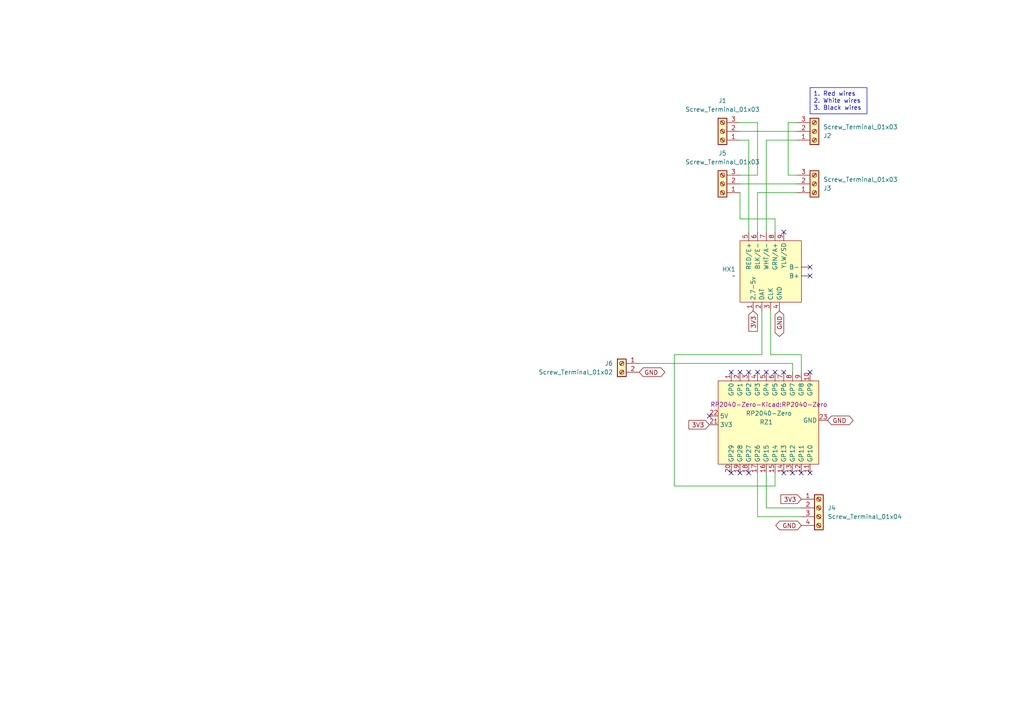
<source format=kicad_sch>
(kicad_sch (version 20231120) (generator "eeschema") (generator_version "8.0")
  (paper "A4")
  (lib_symbols
    (symbol "Connector:Screw_Terminal_01x02" (pin_names (offset 1.016) hide)
      (property "Reference" "J" (at 0 2.54 0))
      (property "Value" "Screw_Terminal_01x02" (at 0 -5.08 0))
      (symbol "Screw_Terminal_01x02_1_1"
        (rectangle (start -1.27 1.27) (end 1.27 -3.81) (stroke (width 0.254)) (fill (type background)))
        (circle (center 0 -2.54) (radius 0.635) (stroke (width 0.1524)))
        (polyline (pts (xy -0.5334 -2.2098) (xy 0.3302 -3.048)) (stroke (width 0.1524)))
        (polyline (pts (xy -0.5334 0.3302) (xy 0.3302 -0.508)) (stroke (width 0.1524)))
        (polyline (pts (xy -0.3556 -2.032) (xy 0.508 -2.8702)) (stroke (width 0.1524)))
        (polyline (pts (xy -0.3556 0.508) (xy 0.508 -0.3302)) (stroke (width 0.1524)))
        (circle (center 0 0) (radius 0.635) (stroke (width 0.1524)))
        (pin passive line (at -5.08 0 0) (length 3.81) (name "Pin_1") (number "1"))
        (pin passive line (at -5.08 -2.54 0) (length 3.81) (name "Pin_2") (number "2"))
      )
    )
    (symbol "Connector:Screw_Terminal_01x03" (pin_names (offset 1.016) hide)
      (property "Reference" "J" (at 0 5.08 0))
      (property "Value" "Screw_Terminal_01x03" (at 0 -5.08 0))
      (symbol "Screw_Terminal_01x03_1_1"
        (rectangle (start -1.27 3.81) (end 1.27 -3.81) (stroke (width 0.254)) (fill (type background)))
        (circle (center 0 -2.54) (radius 0.635) (stroke (width 0.1524)))
        (polyline (pts (xy -0.5334 -2.2098) (xy 0.3302 -3.048)) (stroke (width 0.1524)))
        (polyline (pts (xy -0.5334 0.3302) (xy 0.3302 -0.508)) (stroke (width 0.1524)))
        (polyline (pts (xy -0.5334 2.8702) (xy 0.3302 2.032)) (stroke (width 0.1524)))
        (polyline (pts (xy -0.3556 -2.032) (xy 0.508 -2.8702)) (stroke (width 0.1524)))
        (polyline (pts (xy -0.3556 0.508) (xy 0.508 -0.3302)) (stroke (width 0.1524)))
        (polyline (pts (xy -0.3556 3.048) (xy 0.508 2.2098)) (stroke (width 0.1524)))
        (circle (center 0 0) (radius 0.635) (stroke (width 0.1524)))
        (circle (center 0 2.54) (radius 0.635) (stroke (width 0.1524)))
        (pin passive line (at -5.08 2.54 0) (length 3.81) (name "Pin_1") (number "1"))
        (pin passive line (at -5.08 0 0) (length 3.81) (name "Pin_2") (number "2"))
        (pin passive line (at -5.08 -2.54 0) (length 3.81) (name "Pin_3") (number "3"))
      )
    )
    (symbol "Connector:Screw_Terminal_01x04" (pin_names (offset 1.016) hide)
      (property "Reference" "J" (at 0 5.08 0))
      (property "Value" "Screw_Terminal_01x04" (at 0 -7.62 0))
      (symbol "Screw_Terminal_01x04_1_1"
        (rectangle (start -1.27 3.81) (end 1.27 -6.35) (stroke (width 0.254)) (fill (type background)))
        (circle (center 0 -5.08) (radius 0.635) (stroke (width 0.1524)))
        (circle (center 0 -2.54) (radius 0.635) (stroke (width 0.1524)))
        (polyline (pts (xy -0.5334 -4.7498) (xy 0.3302 -5.588)) (stroke (width 0.1524)))
        (polyline (pts (xy -0.5334 -2.2098) (xy 0.3302 -3.048)) (stroke (width 0.1524)))
        (polyline (pts (xy -0.5334 0.3302) (xy 0.3302 -0.508)) (stroke (width 0.1524)))
        (polyline (pts (xy -0.5334 2.8702) (xy 0.3302 2.032)) (stroke (width 0.1524)))
        (polyline (pts (xy -0.3556 -4.572) (xy 0.508 -5.4102)) (stroke (width 0.1524)))
        (polyline (pts (xy -0.3556 -2.032) (xy 0.508 -2.8702)) (stroke (width 0.1524)))
        (polyline (pts (xy -0.3556 0.508) (xy 0.508 -0.3302)) (stroke (width 0.1524)))
        (polyline (pts (xy -0.3556 3.048) (xy 0.508 2.2098)) (stroke (width 0.1524)))
        (circle (center 0 0) (radius 0.635) (stroke (width 0.1524)))
        (circle (center 0 2.54) (radius 0.635) (stroke (width 0.1524)))
        (pin passive line (at -5.08 2.54 0) (length 3.81) (name "Pin_1") (number "1"))
        (pin passive line (at -5.08 0 0) (length 3.81) (name "Pin_2") (number "2"))
        (pin passive line (at -5.08 -2.54 0) (length 3.81) (name "Pin_3") (number "3"))
        (pin passive line (at -5.08 -5.08 0) (length 3.81) (name "Pin_4") (number "4"))
      )
    )
    (symbol "custom:hx711_module"
      (property "Reference" "HX711" (at 0.254 0 0))
      (symbol "hx711_module_1_1"
        (rectangle (start -8.89 -1.27) (end 8.89 -19.05) (fill (type background)))
        (pin input line (at -1.27 -21.59 90) (length 2.54) (name "B+") (number ""))
        (pin input line (at 1.27 -21.59 90) (length 2.54) (name "B-") (number ""))
        (pin power_in line (at -11.43 -5.08 0) (length 2.54) (name "2.7-5v") (number "1"))
        (pin output line (at -11.43 -7.62 0) (length 2.54) (name "DAT") (number "2"))
        (pin output line (at -11.43 -10.16 0) (length 2.54) (name "CLK") (number "3"))
        (pin power_in line (at -11.43 -12.7 0) (length 2.54) (name "GND") (number "4"))
        (pin input line (at 11.43 -3.81 180) (length 2.54) (name "RED/E+") (number "5"))
        (pin input line (at 11.43 -6.35 180) (length 2.54) (name "BLK/E-") (number "6"))
        (pin input line (at 11.43 -8.89 180) (length 2.54) (name "WHT/A-") (number "7"))
        (pin input line (at 11.43 -11.43 180) (length 2.54) (name "GRN/A+") (number "8"))
        (pin input line (at 11.43 -13.97 180) (length 2.54) (name "YLW/SD") (number "9"))
      )
    )
    (symbol "rp2040-zero:RP2040-Zero"
      (property "Reference" "RZ" (at 0 0 0))
      (property "Value" "RP2040-Zero" (at 0 -2.54 0))
      (property "Footprint" "RP2040-Zero:RP2040-Zero" (at 0 0 0))
      (symbol "RP2040-Zero_0_1"
        (rectangle (start -11.43 -15.24) (end 12.7 13.97) (fill (type background)))
      )
      (symbol "RP2040-Zero_1_1"
        (pin bidirectional line (at -13.97 10.16 0) (length 2.54) (name "GP0") (number "1"))
        (pin bidirectional line (at -13.97 -12.7 0) (length 2.54) (name "GP9") (number "10"))
        (pin bidirectional line (at 15.24 -12.7 180) (length 2.54) (name "GP10") (number "11"))
        (pin bidirectional line (at 15.24 -10.16 180) (length 2.54) (name "GP11") (number "12"))
        (pin bidirectional line (at 15.24 -7.62 180) (length 2.54) (name "GP12") (number "13"))
        (pin bidirectional line (at 15.24 -5.08 180) (length 2.54) (name "GP13") (number "14"))
        (pin bidirectional line (at 15.24 -2.54 180) (length 2.54) (name "GP14") (number "15"))
        (pin bidirectional line (at 15.24 0 180) (length 2.54) (name "GP15") (number "16"))
        (pin bidirectional line (at 15.24 2.54 180) (length 2.54) (name "GP26") (number "17"))
        (pin bidirectional line (at 15.24 5.08 180) (length 2.54) (name "GP27") (number "18"))
        (pin bidirectional line (at 15.24 7.62 180) (length 2.54) (name "GP28") (number "19"))
        (pin bidirectional line (at -13.97 7.62 0) (length 2.54) (name "GP1") (number "2"))
        (pin bidirectional line (at 15.24 10.16 180) (length 2.54) (name "GP29") (number "20"))
        (pin power_in line (at 1.27 16.51 270) (length 2.54) (name "3V3") (number "21"))
        (pin power_in line (at -1.27 16.51 270) (length 2.54) (name "5V") (number "22"))
        (pin power_in line (at 0 -17.78 90) (length 2.54) (name "GND") (number "23"))
        (pin bidirectional line (at -13.97 5.08 0) (length 2.54) (name "GP2") (number "3"))
        (pin bidirectional line (at -13.97 2.54 0) (length 2.54) (name "GP3") (number "4"))
        (pin bidirectional line (at -13.97 0 0) (length 2.54) (name "GP4") (number "5"))
        (pin bidirectional line (at -13.97 -2.54 0) (length 2.54) (name "GP5") (number "6"))
        (pin bidirectional line (at -13.97 -5.08 0) (length 2.54) (name "GP6") (number "7"))
        (pin bidirectional line (at -13.97 -7.62 0) (length 2.54) (name "GP7") (number "8"))
        (pin bidirectional line (at -13.97 -10.16 0) (length 2.54) (name "GP8") (number "9"))
      )
    )
  )
  (no_connect (at 214.63 137.16))
  (no_connect (at 234.95 80.01))
  (no_connect (at 205.74 120.65))
  (no_connect (at 217.17 107.95))
  (no_connect (at 222.25 107.95))
  (no_connect (at 212.09 107.95))
  (no_connect (at 227.33 67.31))
  (no_connect (at 227.33 137.16))
  (no_connect (at 224.79 107.95))
  (no_connect (at 234.95 107.95))
  (no_connect (at 219.71 107.95))
  (no_connect (at 227.33 107.95))
  (no_connect (at 234.95 77.47))
  (no_connect (at 214.63 107.95))
  (no_connect (at 232.41 137.16))
  (no_connect (at 212.09 137.16))
  (no_connect (at 217.17 137.16))
  (no_connect (at 229.87 137.16))
  (no_connect (at 234.95 137.16))
  (wire (pts (xy 228.6 35.56) (xy 231.14 35.56)))
  (wire (pts (xy 222.25 147.32) (xy 232.41 147.32)))
  (wire (pts (xy 214.63 50.8) (xy 219.71 50.8)))
  (wire (pts (xy 219.71 67.31) (xy 219.71 55.88)))
  (wire (pts (xy 231.14 50.8) (xy 228.6 50.8)))
  (wire (pts (xy 219.71 35.56) (xy 214.63 35.56)))
  (wire (pts (xy 214.63 40.64) (xy 217.17 40.64)))
  (wire (pts (xy 214.63 55.88) (xy 214.63 63.5)))
  (wire (pts (xy 223.52 102.87) (xy 232.41 102.87)))
  (wire (pts (xy 220.98 90.17) (xy 220.98 102.87)))
  (wire (pts (xy 220.98 102.87) (xy 195.58 102.87)))
  (wire (pts (xy 214.63 63.5) (xy 224.79 63.5)))
  (wire (pts (xy 232.41 102.87) (xy 232.41 107.95)))
  (wire (pts (xy 214.63 53.34) (xy 231.14 53.34)))
  (wire (pts (xy 224.79 63.5) (xy 224.79 67.31)))
  (wire (pts (xy 223.52 90.17) (xy 223.52 102.87)))
  (wire (pts (xy 222.25 40.64) (xy 231.14 40.64)))
  (wire (pts (xy 185.42 105.41) (xy 229.87 105.41)))
  (wire (pts (xy 195.58 140.97) (xy 224.79 140.97)))
  (wire (pts (xy 219.71 149.86) (xy 232.41 149.86)))
  (wire (pts (xy 219.71 55.88) (xy 231.14 55.88)))
  (wire (pts (xy 222.25 137.16) (xy 222.25 147.32)))
  (wire (pts (xy 228.6 50.8) (xy 228.6 35.56)))
  (wire (pts (xy 224.79 140.97) (xy 224.79 137.16)))
  (wire (pts (xy 214.63 38.1) (xy 231.14 38.1)))
  (wire (pts (xy 217.17 40.64) (xy 217.17 67.31)))
  (wire (pts (xy 219.71 50.8) (xy 219.71 35.56)))
  (wire (pts (xy 195.58 102.87) (xy 195.58 140.97)))
  (wire (pts (xy 222.25 67.31) (xy 222.25 40.64)))
  (wire (pts (xy 229.87 105.41) (xy 229.87 107.95)))
  (wire (pts (xy 219.71 137.16) (xy 219.71 149.86)))
  (text_box "1. Red wires\n2. White wires\n3. Black wires" (at 234.95 25.4 0) (size 16.51 7.62) (effects (font (size 1.27 1.27)) (justify left top)))
  (global_label "GND" (shape bidirectional) (at 240.03 121.92 0) (property "Intersheetrefs" "${INTERSHEET_REFS}" (effects (hide yes))))
  (global_label "GND" (shape bidirectional) (at 226.06 90.17 270) (property "Intersheetrefs" "${INTERSHEET_REFS}" (effects (hide yes))))
  (global_label "3V3" (shape input) (at 205.74 123.19 180) (property "Intersheetrefs" "${INTERSHEET_REFS}" (effects (hide yes))))
  (global_label "GND" (shape bidirectional) (at 232.41 152.4 180) (property "Intersheetrefs" "${INTERSHEET_REFS}" (effects (hide yes))))
  (global_label "3V3" (shape input) (at 218.44 90.17 270) (property "Intersheetrefs" "${INTERSHEET_REFS}" (effects (hide yes))))
  (global_label "3V3" (shape input) (at 232.41 144.78 180) (property "Intersheetrefs" "${INTERSHEET_REFS}" (effects (hide yes))))
  (global_label "GND" (shape bidirectional) (at 185.42 107.95 0) (property "Intersheetrefs" "${INTERSHEET_REFS}" (effects (hide yes))))
  (symbol (lib_id "Connector:Screw_Terminal_01x02") (at 180.34 105.41 0) (mirror y) (unit 1)
    (property "Reference" "J6" (at 177.8 105.4099 0) (effects (justify left)))
    (property "Value" "Screw_Terminal_01x02" (at 177.8 107.9499 0) (effects (justify left)))
    (property "Footprint" "Connector_JST:JST_XH_B2B-XH-A_1x02_P2.50mm_Vertical" (effects (hide yes)))
    (property "Description" "Generic screw terminal, single row, 01x02, script generated (kicad-library-utils/schlib/autogen/connector/)" (effects (hide yes)))
  )
  (symbol (lib_id "rp2040-zero:RP2040-Zero") (at 222.25 121.92 90) (mirror x) (unit 1)
    (property "Reference" "RZ1" (at 222.25 122.428 90))
    (property "Value" "RP2040-Zero" (at 223.012 119.888 90))
    (property "Footprint" "RP2040-Zero-Kicad:RP2040-Zero" (at 223.012 117.348 90))
  )
  (symbol (lib_id "custom:hx711_module") (at 213.36 78.74 90) (unit 1)
    (property "Reference" "HX1" (at 213.36 78.1049 90) (effects (justify left)))
    (property "Value" "~" (at 213.36 80.01 90) (effects (justify left)))
    (property "Footprint" "custom:hx711_module" (effects (hide yes)))
  )
  (symbol (lib_id "Connector:Screw_Terminal_01x03") (at 236.22 38.1 0) (mirror x) (unit 1)
    (property "Reference" "J2" (at 238.76 39.3701 0) (effects (justify left)))
    (property "Value" "Screw_Terminal_01x03" (at 238.76 36.8301 0) (effects (justify left)))
    (property "Footprint" "Connector_JST:JST_XH_B3B-XH-A_1x03_P2.50mm_Vertical" (effects (hide yes)))
    (property "Description" "Generic screw terminal, single row, 01x03, script generated (kicad-library-utils/schlib/autogen/connector/)" (effects (hide yes)))
  )
  (symbol (lib_id "Connector:Screw_Terminal_01x03") (at 209.55 38.1 180) (unit 1)
    (property "Reference" "J1" (at 209.55 29.21 0))
    (property "Value" "Screw_Terminal_01x03" (at 209.55 31.75 0))
    (property "Footprint" "Connector_JST:JST_XH_B3B-XH-A_1x03_P2.50mm_Vertical" (effects (hide yes)))
    (property "Description" "Generic screw terminal, single row, 01x03, script generated (kicad-library-utils/schlib/autogen/connector/)" (effects (hide yes)))
  )
  (symbol (lib_id "Connector:Screw_Terminal_01x03") (at 209.55 53.34 180) (unit 1)
    (property "Reference" "J5" (at 209.55 44.45 0))
    (property "Value" "Screw_Terminal_01x03" (at 209.55 46.99 0))
    (property "Footprint" "Connector_JST:JST_XH_B3B-XH-A_1x03_P2.50mm_Vertical" (effects (hide yes)))
    (property "Description" "Generic screw terminal, single row, 01x03, script generated (kicad-library-utils/schlib/autogen/connector/)" (effects (hide yes)))
  )
  (symbol (lib_id "Connector:Screw_Terminal_01x04") (at 237.49 147.32 0) (unit 1)
    (property "Reference" "J4" (at 240.03 147.3199 0) (effects (justify left)))
    (property "Value" "Screw_Terminal_01x04" (at 240.03 149.8599 0) (effects (justify left)))
    (property "Footprint" "Connector_JST:JST_XH_B4B-XH-A_1x04_P2.50mm_Vertical" (effects (hide yes)))
    (property "Description" "Generic screw terminal, single row, 01x04, script generated (kicad-library-utils/schlib/autogen/connector/)" (effects (hide yes)))
  )
  (symbol (lib_id "Connector:Screw_Terminal_01x03") (at 236.22 53.34 0) (mirror x) (unit 1)
    (property "Reference" "J3" (at 238.76 54.6101 0) (effects (justify left)))
    (property "Value" "Screw_Terminal_01x03" (at 238.76 52.0701 0) (effects (justify left)))
    (property "Footprint" "Connector_JST:JST_XH_B3B-XH-A_1x03_P2.50mm_Vertical" (effects (hide yes)))
    (property "Description" "Generic screw terminal, single row, 01x03, script generated (kicad-library-utils/schlib/autogen/connector/)" (effects (hide yes)))
  )
)
</source>
